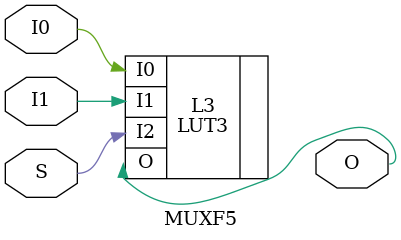
<source format=v>

`timescale  1 ps / 1 ps

module MUXF5 (O, I0, I1, S);

    output O;

    input  I0, I1, S;

LUT3 #(.INIT(8'hca)) L3 (
		 .O (O),
		 .I0 (I0),
		 .I1 (I1),
		 .I2 (S));

endmodule

</source>
